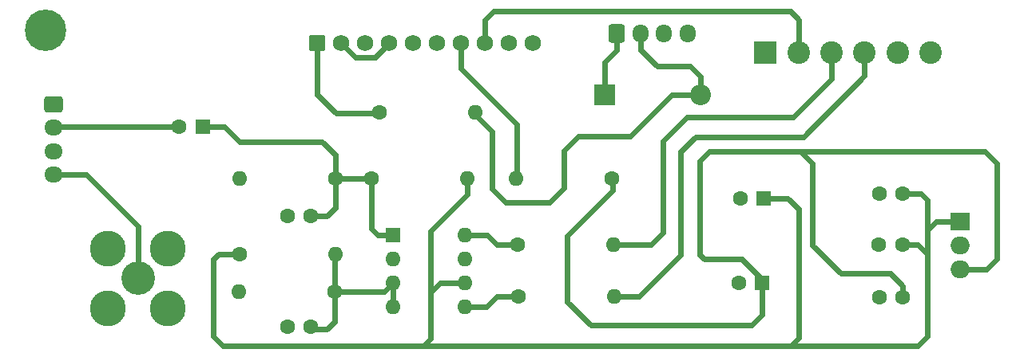
<source format=gbr>
%TF.GenerationSoftware,KiCad,Pcbnew,(6.0.8)*%
%TF.CreationDate,2022-10-21T18:04:50+02:00*%
%TF.ProjectId,VCU,5643552e-6b69-4636-9164-5f7063625858,rev?*%
%TF.SameCoordinates,Original*%
%TF.FileFunction,Copper,L1,Top*%
%TF.FilePolarity,Positive*%
%FSLAX46Y46*%
G04 Gerber Fmt 4.6, Leading zero omitted, Abs format (unit mm)*
G04 Created by KiCad (PCBNEW (6.0.8)) date 2022-10-21 18:04:50*
%MOMM*%
%LPD*%
G01*
G04 APERTURE LIST*
G04 Aperture macros list*
%AMRoundRect*
0 Rectangle with rounded corners*
0 $1 Rounding radius*
0 $2 $3 $4 $5 $6 $7 $8 $9 X,Y pos of 4 corners*
0 Add a 4 corners polygon primitive as box body*
4,1,4,$2,$3,$4,$5,$6,$7,$8,$9,$2,$3,0*
0 Add four circle primitives for the rounded corners*
1,1,$1+$1,$2,$3*
1,1,$1+$1,$4,$5*
1,1,$1+$1,$6,$7*
1,1,$1+$1,$8,$9*
0 Add four rect primitives between the rounded corners*
20,1,$1+$1,$2,$3,$4,$5,0*
20,1,$1+$1,$4,$5,$6,$7,0*
20,1,$1+$1,$6,$7,$8,$9,0*
20,1,$1+$1,$8,$9,$2,$3,0*%
G04 Aperture macros list end*
%TA.AperFunction,ComponentPad*%
%ADD10C,1.600000*%
%TD*%
%TA.AperFunction,ComponentPad*%
%ADD11R,1.600000X1.600000*%
%TD*%
%TA.AperFunction,ComponentPad*%
%ADD12O,1.600000X1.600000*%
%TD*%
%TA.AperFunction,ComponentPad*%
%ADD13RoundRect,0.250000X-0.600000X-0.725000X0.600000X-0.725000X0.600000X0.725000X-0.600000X0.725000X0*%
%TD*%
%TA.AperFunction,ComponentPad*%
%ADD14O,1.700000X1.950000*%
%TD*%
%TA.AperFunction,ComponentPad*%
%ADD15R,2.000000X1.905000*%
%TD*%
%TA.AperFunction,ComponentPad*%
%ADD16O,2.000000X1.905000*%
%TD*%
%TA.AperFunction,ComponentPad*%
%ADD17C,3.556000*%
%TD*%
%TA.AperFunction,ComponentPad*%
%ADD18C,3.810000*%
%TD*%
%TA.AperFunction,ComponentPad*%
%ADD19R,2.400000X2.400000*%
%TD*%
%TA.AperFunction,ComponentPad*%
%ADD20C,2.400000*%
%TD*%
%TA.AperFunction,ComponentPad*%
%ADD21R,2.200000X2.200000*%
%TD*%
%TA.AperFunction,ComponentPad*%
%ADD22O,2.200000X2.200000*%
%TD*%
%TA.AperFunction,ComponentPad*%
%ADD23RoundRect,0.250000X-0.725000X0.600000X-0.725000X-0.600000X0.725000X-0.600000X0.725000X0.600000X0*%
%TD*%
%TA.AperFunction,ComponentPad*%
%ADD24O,1.950000X1.700000*%
%TD*%
%TA.AperFunction,ComponentPad*%
%ADD25C,4.400000*%
%TD*%
%TA.AperFunction,ComponentPad*%
%ADD26RoundRect,0.250000X-0.620000X-0.620000X0.620000X-0.620000X0.620000X0.620000X-0.620000X0.620000X0*%
%TD*%
%TA.AperFunction,ComponentPad*%
%ADD27C,1.740000*%
%TD*%
%TA.AperFunction,Conductor*%
%ADD28C,0.600000*%
%TD*%
G04 APERTURE END LIST*
D10*
%TO.P,C4,1*%
%TO.N,+8V*%
X187415000Y-98580000D03*
%TO.P,C4,2*%
%TO.N,GND*%
X184915000Y-98580000D03*
%TD*%
%TO.P,C6,1*%
%TO.N,+8V*%
X187360000Y-104000000D03*
%TO.P,C6,2*%
%TO.N,GND*%
X184860000Y-104000000D03*
%TD*%
%TO.P,C3,1*%
%TO.N,Net-(C3-Pad1)*%
X124660000Y-112750000D03*
%TO.P,C3,2*%
%TO.N,GND*%
X122160000Y-112750000D03*
%TD*%
%TO.P,C2,1*%
%TO.N,Net-(C1-Pad1)*%
X124660000Y-101000000D03*
%TO.P,C2,2*%
%TO.N,GND*%
X122160000Y-101000000D03*
%TD*%
%TO.P,C7,1*%
%TO.N,+12V*%
X187415000Y-109580000D03*
%TO.P,C7,2*%
%TO.N,GND*%
X184915000Y-109580000D03*
%TD*%
D11*
%TO.P,U1,1,Vin*%
%TO.N,Net-(C1-Pad1)*%
X133360000Y-103000000D03*
D12*
%TO.P,U1,2,NC*%
%TO.N,unconnected-(U1-Pad2)*%
X133360000Y-105540000D03*
%TO.P,U1,3,Vinb*%
%TO.N,Net-(C3-Pad1)*%
X133360000Y-108080000D03*
%TO.P,U1,4,Vref*%
X133360000Y-110620000D03*
%TO.P,U1,5,Voutb*%
%TO.N,Net-(R4-Pad1)*%
X140980000Y-110620000D03*
%TO.P,U1,6,Vcc*%
%TO.N,+8V*%
X140980000Y-108080000D03*
%TO.P,U1,7,Vee*%
%TO.N,GND*%
X140980000Y-105540000D03*
%TO.P,U1,8,Vout*%
%TO.N,Net-(R3-Pad1)*%
X140980000Y-103000000D03*
%TD*%
D13*
%TO.P,J2,1*%
%TO.N,Net-(D1-Pad1)*%
X157110000Y-81580000D03*
D14*
%TO.P,J2,2*%
%TO.N,Net-(D1-Pad2)*%
X159610000Y-81580000D03*
%TO.P,J2,3*%
%TO.N,unconnected-(J2-Pad3)*%
X162110000Y-81580000D03*
%TO.P,J2,4*%
%TO.N,GND*%
X164610000Y-81580000D03*
%TD*%
D10*
%TO.P,R3,1*%
%TO.N,Net-(R3-Pad1)*%
X146580000Y-104000000D03*
D12*
%TO.P,R3,2*%
%TO.N,/TWISTED_PAIR_out_to_J2*%
X156740000Y-104000000D03*
%TD*%
D15*
%TO.P,U2,1,VI*%
%TO.N,+8V*%
X193470000Y-101540000D03*
D16*
%TO.P,U2,2,GND*%
%TO.N,GND*%
X193470000Y-104080000D03*
%TO.P,U2,3,VO*%
%TO.N,+12V*%
X193470000Y-106620000D03*
%TD*%
D10*
%TO.P,R2,1*%
%TO.N,+8V*%
X117080000Y-105000000D03*
D12*
%TO.P,R2,2*%
%TO.N,Net-(C3-Pad1)*%
X127240000Y-105000000D03*
%TD*%
D17*
%TO.P,J5,1,In*%
%TO.N,/Video_2_to_J5*%
X106360000Y-107580000D03*
D18*
%TO.P,J5,2,Ext*%
%TO.N,GND*%
X103185000Y-110755000D03*
X103185000Y-104405000D03*
X109535000Y-110755000D03*
X109535000Y-104405000D03*
%TD*%
D19*
%TO.P,J1,1*%
%TO.N,unconnected-(J1-Pad1)*%
X172860000Y-83580000D03*
D20*
%TO.P,J1,2*%
%TO.N,/J1_2_to_J3_8*%
X176360000Y-83580000D03*
%TO.P,J1,3*%
%TO.N,/TWISTED_PAIR_out_to_J2*%
X179860000Y-83580000D03*
%TO.P,J1,4*%
%TO.N,/TWISTED_PAIR_outb_to_J2*%
X183360000Y-83580000D03*
%TO.P,J1,5*%
%TO.N,unconnected-(J1-Pad5)*%
X186860000Y-83580000D03*
%TO.P,J1,6*%
%TO.N,GND*%
X190360000Y-83580000D03*
%TD*%
D10*
%TO.P,R6,1*%
%TO.N,Net-(C3-Pad1)*%
X127160000Y-109000000D03*
D12*
%TO.P,R6,2*%
%TO.N,GND*%
X117000000Y-109000000D03*
%TD*%
D10*
%TO.P,L1,1,1*%
%TO.N,/J3_1_to_L2*%
X131920000Y-90000000D03*
D12*
%TO.P,L1,2,2*%
%TO.N,Net-(D1-Pad2)*%
X142080000Y-90000000D03*
%TD*%
D10*
%TO.P,R1,1*%
%TO.N,Net-(C1-Pad1)*%
X131080000Y-97000000D03*
D12*
%TO.P,R1,2*%
%TO.N,+8V*%
X141240000Y-97000000D03*
%TD*%
D10*
%TO.P,L2,1,1*%
%TO.N,+12V*%
X156580000Y-97000000D03*
D12*
%TO.P,L2,2,2*%
%TO.N,Net-(J3-Pad7)*%
X146420000Y-97000000D03*
%TD*%
D11*
%TO.P,C8,1*%
%TO.N,+12V*%
X172512651Y-108080000D03*
D10*
%TO.P,C8,2*%
%TO.N,GND*%
X170012651Y-108080000D03*
%TD*%
D21*
%TO.P,D1,1,K*%
%TO.N,Net-(D1-Pad1)*%
X155780000Y-88080000D03*
D22*
%TO.P,D1,2,A*%
%TO.N,Net-(D1-Pad2)*%
X165940000Y-88080000D03*
%TD*%
D10*
%TO.P,R4,1*%
%TO.N,Net-(R4-Pad1)*%
X146660000Y-109500000D03*
D12*
%TO.P,R4,2*%
%TO.N,/TWISTED_PAIR_outb_to_J2*%
X156820000Y-109500000D03*
%TD*%
D10*
%TO.P,R5,1*%
%TO.N,Net-(C1-Pad1)*%
X127240000Y-97000000D03*
D12*
%TO.P,R5,2*%
%TO.N,GND*%
X117080000Y-97000000D03*
%TD*%
D23*
%TO.P,J4,1,Pin_1*%
%TO.N,GND*%
X97360000Y-89080000D03*
D24*
%TO.P,J4,2,Pin_2*%
%TO.N,/Video_1_to_C1*%
X97360000Y-91580000D03*
%TO.P,J4,3,Pin_3*%
%TO.N,GND*%
X97360000Y-94080000D03*
%TO.P,J4,4,Pin_4*%
%TO.N,/Video_2_to_J5*%
X97360000Y-96580000D03*
%TD*%
D11*
%TO.P,C5,1*%
%TO.N,+8V*%
X172665302Y-99080000D03*
D10*
%TO.P,C5,2*%
%TO.N,GND*%
X170165302Y-99080000D03*
%TD*%
D11*
%TO.P,C1,1*%
%TO.N,Net-(C1-Pad1)*%
X113182380Y-91500000D03*
D10*
%TO.P,C1,2*%
%TO.N,/Video_1_to_C1*%
X110682380Y-91500000D03*
%TD*%
D25*
%TO.P,H1,1,1*%
%TO.N,GND*%
X96500000Y-81250000D03*
%TD*%
D26*
%TO.P,J3,1,Pin_1*%
%TO.N,/J3_1_to_L2*%
X125360000Y-82580000D03*
D27*
%TO.P,J3,2,Pin_2*%
%TO.N,Net-(J3-Pad2)*%
X127900000Y-82580000D03*
%TO.P,J3,3,Pin_3*%
%TO.N,unconnected-(J3-Pad3)*%
X130440000Y-82580000D03*
%TO.P,J3,4,Pin_4*%
%TO.N,Net-(J3-Pad2)*%
X132980000Y-82580000D03*
%TO.P,J3,5,Pin_5*%
%TO.N,unconnected-(J3-Pad5)*%
X135520000Y-82580000D03*
%TO.P,J3,6,Pin_6*%
%TO.N,unconnected-(J3-Pad6)*%
X138060000Y-82580000D03*
%TO.P,J3,7,Pin_7*%
%TO.N,Net-(J3-Pad7)*%
X140600000Y-82580000D03*
%TO.P,J3,8,Pin_8*%
%TO.N,/J1_2_to_J3_8*%
X143140000Y-82580000D03*
%TO.P,J3,9,Pin_9*%
%TO.N,GND*%
X145680000Y-82580000D03*
%TO.P,J3,10,Pin_10*%
%TO.N,unconnected-(J3-Pad10)*%
X148220000Y-82580000D03*
%TD*%
D28*
%TO.N,+8V*%
X114940000Y-105000000D02*
X117080000Y-105000000D01*
X114360000Y-105580000D02*
X114940000Y-105000000D01*
X114360000Y-113750000D02*
X114360000Y-105580000D01*
X115360000Y-114750000D02*
X114360000Y-113750000D01*
X137360000Y-109080000D02*
X137360000Y-114000000D01*
X137360000Y-114000000D02*
X136610000Y-114750000D01*
X175220000Y-99080000D02*
X172665302Y-99080000D01*
X176360000Y-113890000D02*
X176360000Y-100220000D01*
X176360000Y-100220000D02*
X175220000Y-99080000D01*
X175500000Y-114750000D02*
X176360000Y-113890000D01*
X190000000Y-113750000D02*
X189000000Y-114750000D01*
X190000000Y-105000000D02*
X190000000Y-113750000D01*
%TO.N,+12V*%
X176580000Y-94080000D02*
X175360000Y-94080000D01*
X177860000Y-95360000D02*
X176580000Y-94080000D01*
X180860000Y-107080000D02*
X177860000Y-104080000D01*
X186080000Y-107080000D02*
X180860000Y-107080000D01*
X187415000Y-109580000D02*
X187415000Y-108415000D01*
X187415000Y-108415000D02*
X186080000Y-107080000D01*
X177860000Y-104080000D02*
X177860000Y-95360000D01*
%TO.N,Net-(C1-Pad1)*%
X124660000Y-101000000D02*
X126360000Y-101000000D01*
X131080000Y-97000000D02*
X127240000Y-97000000D01*
X126360000Y-101000000D02*
X127240000Y-100120000D01*
X131080000Y-97000000D02*
X131080000Y-102300000D01*
X127240000Y-94460000D02*
X127240000Y-97000000D01*
X131080000Y-102300000D02*
X131780000Y-103000000D01*
X125860000Y-93080000D02*
X127240000Y-94460000D01*
X127240000Y-100120000D02*
X127240000Y-97000000D01*
X115500000Y-91500000D02*
X117080000Y-93080000D01*
X113182380Y-91500000D02*
X115500000Y-91500000D01*
X117080000Y-93080000D02*
X125860000Y-93080000D01*
X131780000Y-103000000D02*
X133360000Y-103000000D01*
%TO.N,/Video_1_to_C1*%
X97440000Y-91500000D02*
X97360000Y-91580000D01*
X110682380Y-91500000D02*
X97440000Y-91500000D01*
%TO.N,Net-(C3-Pad1)*%
X126360000Y-113000000D02*
X127160000Y-112200000D01*
X127160000Y-105080000D02*
X127240000Y-105000000D01*
X132440000Y-109000000D02*
X133360000Y-108080000D01*
X127160000Y-112200000D02*
X127160000Y-109000000D01*
X133360000Y-110620000D02*
X133360000Y-108080000D01*
X127160000Y-109000000D02*
X132440000Y-109000000D01*
X127160000Y-109000000D02*
X127160000Y-105080000D01*
X124660000Y-113000000D02*
X126360000Y-113000000D01*
%TO.N,+8V*%
X141240000Y-97000000D02*
X141240000Y-98700000D01*
X190000000Y-102500000D02*
X190000000Y-99250000D01*
X136860000Y-114750000D02*
X115360000Y-114750000D01*
X138360000Y-108080000D02*
X137360000Y-109080000D01*
X141240000Y-98700000D02*
X137360000Y-102580000D01*
X140980000Y-108080000D02*
X138360000Y-108080000D01*
X188920000Y-114750000D02*
X173360000Y-114750000D01*
X189000000Y-104000000D02*
X190000000Y-105000000D01*
X137360000Y-102580000D02*
X137360000Y-109080000D01*
X190000000Y-105000000D02*
X190000000Y-102500000D01*
X137000000Y-114750000D02*
X173500000Y-114750000D01*
X187360000Y-104000000D02*
X189000000Y-104000000D01*
X190000000Y-99250000D02*
X189330000Y-98580000D01*
X190960000Y-101540000D02*
X190000000Y-102500000D01*
X189330000Y-98580000D02*
X187415000Y-98580000D01*
X193470000Y-101540000D02*
X190960000Y-101540000D01*
%TO.N,+12V*%
X166890000Y-94080000D02*
X165860000Y-95110000D01*
X156660000Y-98280000D02*
X156660000Y-97000000D01*
X151860000Y-103080000D02*
X156660000Y-98280000D01*
X165860000Y-95110000D02*
X165860000Y-105080000D01*
X170360000Y-105580000D02*
X172512651Y-107732651D01*
X196080000Y-94080000D02*
X175360000Y-94080000D01*
X175360000Y-94080000D02*
X166890000Y-94080000D01*
X171420000Y-112580000D02*
X154360000Y-112580000D01*
X193470000Y-106620000D02*
X196320000Y-106620000D01*
X172512651Y-111487349D02*
X171420000Y-112580000D01*
X196320000Y-106620000D02*
X197360000Y-105580000D01*
X151860000Y-110080000D02*
X151860000Y-103080000D01*
X172512651Y-108080000D02*
X172512651Y-111487349D01*
X197360000Y-105580000D02*
X197360000Y-95360000D01*
X166360000Y-105580000D02*
X170360000Y-105580000D01*
X165860000Y-105080000D02*
X166360000Y-105580000D01*
X197360000Y-95360000D02*
X196080000Y-94080000D01*
X172512651Y-107732651D02*
X172512651Y-108080000D01*
X154360000Y-112580000D02*
X151860000Y-110080000D01*
%TO.N,Net-(D1-Pad1)*%
X157110000Y-81580000D02*
X157110000Y-83330000D01*
X157110000Y-83330000D02*
X155780000Y-84660000D01*
X155780000Y-84660000D02*
X155780000Y-88080000D01*
%TO.N,Net-(D1-Pad2)*%
X159610000Y-83330000D02*
X161360000Y-85080000D01*
X150000000Y-99500000D02*
X145280000Y-99500000D01*
X165940000Y-86160000D02*
X165940000Y-88080000D01*
X145280000Y-99500000D02*
X143860000Y-98080000D01*
X161360000Y-85080000D02*
X162360000Y-85080000D01*
X165940000Y-88080000D02*
X162920000Y-88080000D01*
X159610000Y-81580000D02*
X159610000Y-83330000D01*
X153000000Y-92500000D02*
X151500000Y-94000000D01*
X158500000Y-92500000D02*
X153000000Y-92500000D01*
X151500000Y-98000000D02*
X150000000Y-99500000D01*
X162360000Y-85080000D02*
X164860000Y-85080000D01*
X151500000Y-94000000D02*
X151500000Y-98000000D01*
X162920000Y-88080000D02*
X158500000Y-92500000D01*
X143860000Y-98080000D02*
X143860000Y-92000000D01*
X164860000Y-85080000D02*
X165940000Y-86160000D01*
X143860000Y-92000000D02*
X141940000Y-90080000D01*
%TO.N,/TWISTED_PAIR_out_to_J2*%
X179860000Y-86390000D02*
X179860000Y-83580000D01*
X156740000Y-104000000D02*
X160750000Y-104000000D01*
X160750000Y-104000000D02*
X162000000Y-102750000D01*
X162000000Y-102750000D02*
X162000000Y-93000000D01*
X164500000Y-90500000D02*
X175750000Y-90500000D01*
X162000000Y-93000000D02*
X164500000Y-90500000D01*
X175750000Y-90500000D02*
X179860000Y-86390000D01*
%TO.N,/TWISTED_PAIR_outb_to_J2*%
X176860000Y-92580000D02*
X183360000Y-86080000D01*
X165420000Y-92580000D02*
X176860000Y-92580000D01*
X183360000Y-86080000D02*
X183360000Y-83580000D01*
X163860000Y-105080000D02*
X163860000Y-94140000D01*
X163860000Y-94140000D02*
X165420000Y-92580000D01*
X159440000Y-109500000D02*
X163860000Y-105080000D01*
X156820000Y-109500000D02*
X159440000Y-109500000D01*
%TO.N,/Video_2_to_J5*%
X100860000Y-96580000D02*
X106360000Y-102080000D01*
X106360000Y-102080000D02*
X106360000Y-107580000D01*
X97360000Y-96580000D02*
X100860000Y-96580000D01*
%TO.N,Net-(R3-Pad1)*%
X144360000Y-104000000D02*
X146580000Y-104000000D01*
X143360000Y-103000000D02*
X144360000Y-104000000D01*
X140980000Y-103000000D02*
X143360000Y-103000000D01*
%TO.N,Net-(R4-Pad1)*%
X143240000Y-110620000D02*
X144360000Y-109500000D01*
X144360000Y-109500000D02*
X146660000Y-109500000D01*
X140980000Y-110620000D02*
X143240000Y-110620000D01*
%TO.N,/J1_2_to_J3_8*%
X143140000Y-82580000D02*
X143140000Y-80110000D01*
X176360000Y-80110000D02*
X176360000Y-83580000D01*
X144000000Y-79250000D02*
X175500000Y-79250000D01*
X143140000Y-80110000D02*
X144000000Y-79250000D01*
X175500000Y-79250000D02*
X176360000Y-80110000D01*
%TO.N,/J3_1_to_L2*%
X125360000Y-88080000D02*
X127360000Y-90080000D01*
X125360000Y-82580000D02*
X125360000Y-88080000D01*
X127360000Y-90080000D02*
X131780000Y-90080000D01*
%TO.N,Net-(J3-Pad2)*%
X127900000Y-82580000D02*
X129400000Y-84080000D01*
X131480000Y-84080000D02*
X132980000Y-82580000D01*
X129400000Y-84080000D02*
X131480000Y-84080000D01*
%TO.N,Net-(J3-Pad7)*%
X146500000Y-91220000D02*
X146500000Y-97000000D01*
X140600000Y-85320000D02*
X146500000Y-91220000D01*
X140600000Y-82580000D02*
X140600000Y-85320000D01*
%TD*%
M02*

</source>
